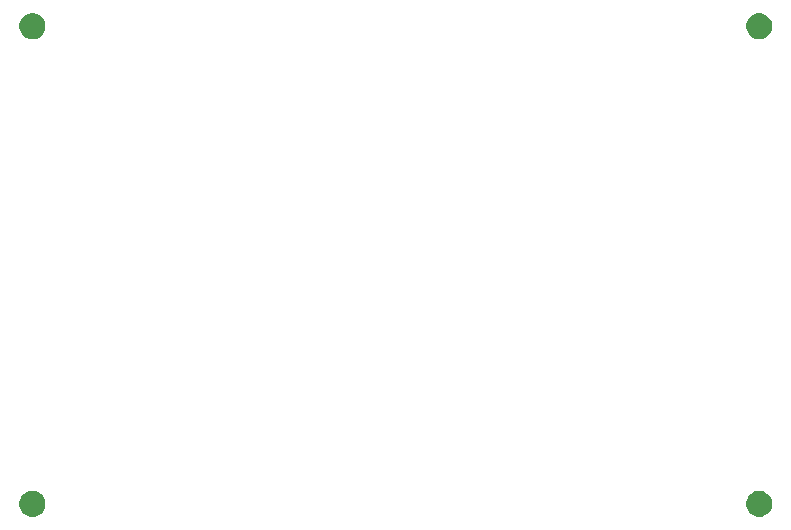
<source format=gbs>
G04 #@! TF.GenerationSoftware,KiCad,Pcbnew,(5.1.4-0-10_14)*
G04 #@! TF.CreationDate,2019-10-29T21:54:22+09:00*
G04 #@! TF.ProjectId,nilgiri_front,6e696c67-6972-4695-9f66-726f6e742e6b,rev?*
G04 #@! TF.SameCoordinates,Original*
G04 #@! TF.FileFunction,Soldermask,Bot*
G04 #@! TF.FilePolarity,Negative*
%FSLAX46Y46*%
G04 Gerber Fmt 4.6, Leading zero omitted, Abs format (unit mm)*
G04 Created by KiCad (PCBNEW (5.1.4-0-10_14)) date 2019-10-29 21:54:22*
%MOMM*%
%LPD*%
G04 APERTURE LIST*
%ADD10C,0.100000*%
G04 APERTURE END LIST*
D10*
G36*
X164603595Y-110222956D02*
G01*
X164709950Y-110244111D01*
X164910320Y-110327107D01*
X165090644Y-110447595D01*
X165244005Y-110600956D01*
X165364493Y-110781280D01*
X165447489Y-110981651D01*
X165489800Y-111194360D01*
X165489800Y-111411240D01*
X165447489Y-111623949D01*
X165364493Y-111824320D01*
X165244005Y-112004644D01*
X165090644Y-112158005D01*
X164910320Y-112278493D01*
X164709950Y-112361489D01*
X164603594Y-112382645D01*
X164497240Y-112403800D01*
X164280360Y-112403800D01*
X164174006Y-112382645D01*
X164067650Y-112361489D01*
X163867280Y-112278493D01*
X163686956Y-112158005D01*
X163533595Y-112004644D01*
X163413107Y-111824320D01*
X163330111Y-111623949D01*
X163287800Y-111411240D01*
X163287800Y-111194360D01*
X163330111Y-110981651D01*
X163413107Y-110781280D01*
X163533595Y-110600956D01*
X163686956Y-110447595D01*
X163867280Y-110327107D01*
X164067650Y-110244111D01*
X164174005Y-110222956D01*
X164280360Y-110201800D01*
X164497240Y-110201800D01*
X164603595Y-110222956D01*
X164603595Y-110222956D01*
G37*
G36*
X103084795Y-110222956D02*
G01*
X103191150Y-110244111D01*
X103391520Y-110327107D01*
X103571844Y-110447595D01*
X103725205Y-110600956D01*
X103845693Y-110781280D01*
X103928689Y-110981651D01*
X103971000Y-111194360D01*
X103971000Y-111411240D01*
X103928689Y-111623949D01*
X103845693Y-111824320D01*
X103725205Y-112004644D01*
X103571844Y-112158005D01*
X103391520Y-112278493D01*
X103191150Y-112361489D01*
X103084794Y-112382645D01*
X102978440Y-112403800D01*
X102761560Y-112403800D01*
X102655206Y-112382645D01*
X102548850Y-112361489D01*
X102348480Y-112278493D01*
X102168156Y-112158005D01*
X102014795Y-112004644D01*
X101894307Y-111824320D01*
X101811311Y-111623949D01*
X101769000Y-111411240D01*
X101769000Y-111194360D01*
X101811311Y-110981651D01*
X101894307Y-110781280D01*
X102014795Y-110600956D01*
X102168156Y-110447595D01*
X102348480Y-110327107D01*
X102548850Y-110244111D01*
X102655205Y-110222956D01*
X102761560Y-110201800D01*
X102978440Y-110201800D01*
X103084795Y-110222956D01*
X103084795Y-110222956D01*
G37*
G36*
X164603595Y-69786156D02*
G01*
X164709950Y-69807311D01*
X164810134Y-69848809D01*
X164910320Y-69890307D01*
X165090644Y-70010795D01*
X165244005Y-70164156D01*
X165364493Y-70344480D01*
X165447489Y-70544851D01*
X165489800Y-70757560D01*
X165489800Y-70974440D01*
X165447489Y-71187149D01*
X165364493Y-71387520D01*
X165244005Y-71567844D01*
X165090644Y-71721205D01*
X164910320Y-71841693D01*
X164709950Y-71924689D01*
X164603594Y-71945845D01*
X164497240Y-71967000D01*
X164280360Y-71967000D01*
X164174006Y-71945845D01*
X164067650Y-71924689D01*
X163967466Y-71883191D01*
X163867280Y-71841693D01*
X163686956Y-71721205D01*
X163533595Y-71567844D01*
X163413107Y-71387520D01*
X163330111Y-71187149D01*
X163287800Y-70974440D01*
X163287800Y-70757560D01*
X163330111Y-70544851D01*
X163413107Y-70344480D01*
X163533595Y-70164156D01*
X163686956Y-70010795D01*
X163867280Y-69890307D01*
X163967466Y-69848809D01*
X164067650Y-69807311D01*
X164174005Y-69786156D01*
X164280360Y-69765000D01*
X164497240Y-69765000D01*
X164603595Y-69786156D01*
X164603595Y-69786156D01*
G37*
G36*
X103084795Y-69786156D02*
G01*
X103191150Y-69807311D01*
X103291334Y-69848809D01*
X103391520Y-69890307D01*
X103571844Y-70010795D01*
X103725205Y-70164156D01*
X103845693Y-70344480D01*
X103928689Y-70544851D01*
X103971000Y-70757560D01*
X103971000Y-70974440D01*
X103928689Y-71187149D01*
X103845693Y-71387520D01*
X103725205Y-71567844D01*
X103571844Y-71721205D01*
X103391520Y-71841693D01*
X103191150Y-71924689D01*
X103084794Y-71945845D01*
X102978440Y-71967000D01*
X102761560Y-71967000D01*
X102655206Y-71945845D01*
X102548850Y-71924689D01*
X102448666Y-71883191D01*
X102348480Y-71841693D01*
X102168156Y-71721205D01*
X102014795Y-71567844D01*
X101894307Y-71387520D01*
X101811311Y-71187149D01*
X101769000Y-70974440D01*
X101769000Y-70757560D01*
X101811311Y-70544851D01*
X101894307Y-70344480D01*
X102014795Y-70164156D01*
X102168156Y-70010795D01*
X102348480Y-69890307D01*
X102448666Y-69848809D01*
X102548850Y-69807311D01*
X102655205Y-69786156D01*
X102761560Y-69765000D01*
X102978440Y-69765000D01*
X103084795Y-69786156D01*
X103084795Y-69786156D01*
G37*
M02*

</source>
